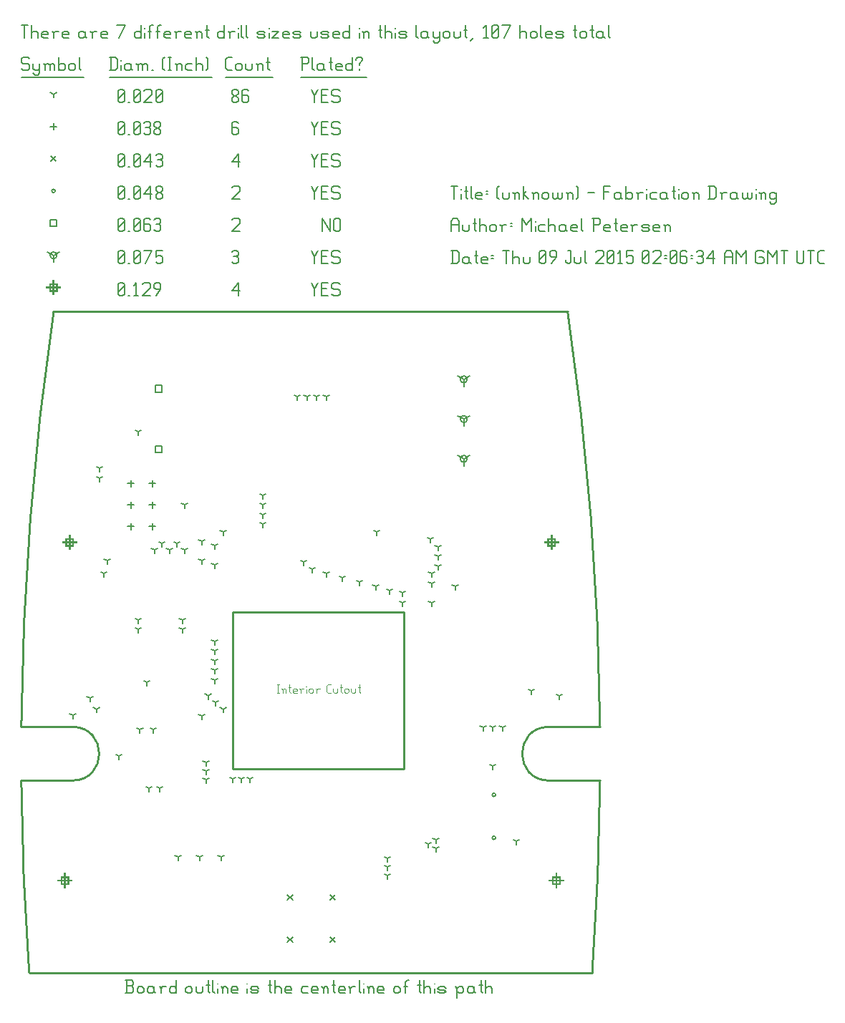
<source format=gbr>
G04 start of page 13 for group -3984 idx -3984 *
G04 Title: (unknown), fab *
G04 Creator: pcb 20110918 *
G04 CreationDate: Thu 09 Jul 2015 02:06:34 AM GMT UTC *
G04 For: petersen *
G04 Format: Gerber/RS-274X *
G04 PCB-Dimensions: 269500 307800 *
G04 PCB-Coordinate-Origin: lower left *
%MOIN*%
%FSLAX25Y25*%
%LNFAB*%
%ADD114C,0.0050*%
%ADD113C,0.0040*%
%ADD112C,0.0100*%
%ADD111C,0.0075*%
%ADD110C,0.0060*%
%ADD109R,0.0080X0.0080*%
G54D109*X22600Y203600D02*Y197200D01*
X19400Y200400D02*X25800D01*
X21000Y202000D02*X24200D01*
X21000D02*Y198800D01*
X24200D01*
Y202000D02*Y198800D01*
X20350Y46100D02*Y39700D01*
X17150Y42900D02*X23550D01*
X18750Y44500D02*X21950D01*
X18750D02*Y41300D01*
X21950D01*
Y44500D02*Y41300D01*
X246900Y203600D02*Y197200D01*
X243700Y200400D02*X250100D01*
X245300Y202000D02*X248500D01*
X245300D02*Y198800D01*
X248500D01*
Y202000D02*Y198800D01*
X249150Y46100D02*Y39700D01*
X245950Y42900D02*X252350D01*
X247550Y44500D02*X250750D01*
X247550D02*Y41300D01*
X250750D01*
Y44500D02*Y41300D01*
X15000Y322250D02*Y315850D01*
X11800Y319050D02*X18200D01*
X13400Y320650D02*X16600D01*
X13400D02*Y317450D01*
X16600D01*
Y320650D02*Y317450D01*
G54D110*X135000Y321300D02*X136500Y318300D01*
X138000Y321300D01*
X136500Y318300D02*Y315300D01*
X139800Y318600D02*X142050D01*
X139800Y315300D02*X142800D01*
X139800Y321300D02*Y315300D01*
Y321300D02*X142800D01*
X147600D02*X148350Y320550D01*
X145350Y321300D02*X147600D01*
X144600Y320550D02*X145350Y321300D01*
X144600Y320550D02*Y319050D01*
X145350Y318300D01*
X147600D01*
X148350Y317550D01*
Y316050D01*
X147600Y315300D02*X148350Y316050D01*
X145350Y315300D02*X147600D01*
X144600Y316050D02*X145350Y315300D01*
X98000Y317550D02*X101000Y321300D01*
X98000Y317550D02*X101750D01*
X101000Y321300D02*Y315300D01*
X45000Y316050D02*X45750Y315300D01*
X45000Y320550D02*Y316050D01*
Y320550D02*X45750Y321300D01*
X47250D01*
X48000Y320550D01*
Y316050D01*
X47250Y315300D02*X48000Y316050D01*
X45750Y315300D02*X47250D01*
X45000Y316800D02*X48000Y319800D01*
X49800Y315300D02*X50550D01*
X52350Y320100D02*X53550Y321300D01*
Y315300D01*
X52350D02*X54600D01*
X56400Y320550D02*X57150Y321300D01*
X59400D01*
X60150Y320550D01*
Y319050D01*
X56400Y315300D02*X60150Y319050D01*
X56400Y315300D02*X60150D01*
X62700D02*X64950Y318300D01*
Y320550D02*Y318300D01*
X64200Y321300D02*X64950Y320550D01*
X62700Y321300D02*X64200D01*
X61950Y320550D02*X62700Y321300D01*
X61950Y320550D02*Y319050D01*
X62700Y318300D01*
X64950D01*
X206000Y276300D02*Y273100D01*
Y276300D02*X208773Y277900D01*
X206000Y276300D02*X203227Y277900D01*
X204400Y276300D02*G75*G03X207600Y276300I1600J0D01*G01*
G75*G03X204400Y276300I-1600J0D01*G01*
X206000Y257800D02*Y254600D01*
Y257800D02*X208773Y259400D01*
X206000Y257800D02*X203227Y259400D01*
X204400Y257800D02*G75*G03X207600Y257800I1600J0D01*G01*
G75*G03X204400Y257800I-1600J0D01*G01*
X206000Y239300D02*Y236100D01*
Y239300D02*X208773Y240900D01*
X206000Y239300D02*X203227Y240900D01*
X204400Y239300D02*G75*G03X207600Y239300I1600J0D01*G01*
G75*G03X204400Y239300I-1600J0D01*G01*
X15000Y334050D02*Y330850D01*
Y334050D02*X17773Y335650D01*
X15000Y334050D02*X12227Y335650D01*
X13400Y334050D02*G75*G03X16600Y334050I1600J0D01*G01*
G75*G03X13400Y334050I-1600J0D01*G01*
X135000Y336300D02*X136500Y333300D01*
X138000Y336300D01*
X136500Y333300D02*Y330300D01*
X139800Y333600D02*X142050D01*
X139800Y330300D02*X142800D01*
X139800Y336300D02*Y330300D01*
Y336300D02*X142800D01*
X147600D02*X148350Y335550D01*
X145350Y336300D02*X147600D01*
X144600Y335550D02*X145350Y336300D01*
X144600Y335550D02*Y334050D01*
X145350Y333300D01*
X147600D01*
X148350Y332550D01*
Y331050D01*
X147600Y330300D02*X148350Y331050D01*
X145350Y330300D02*X147600D01*
X144600Y331050D02*X145350Y330300D01*
X98000Y335550D02*X98750Y336300D01*
X100250D01*
X101000Y335550D01*
X100250Y330300D02*X101000Y331050D01*
X98750Y330300D02*X100250D01*
X98000Y331050D02*X98750Y330300D01*
Y333600D02*X100250D01*
X101000Y335550D02*Y334350D01*
Y332850D02*Y331050D01*
Y332850D02*X100250Y333600D01*
X101000Y334350D02*X100250Y333600D01*
X45000Y331050D02*X45750Y330300D01*
X45000Y335550D02*Y331050D01*
Y335550D02*X45750Y336300D01*
X47250D01*
X48000Y335550D01*
Y331050D01*
X47250Y330300D02*X48000Y331050D01*
X45750Y330300D02*X47250D01*
X45000Y331800D02*X48000Y334800D01*
X49800Y330300D02*X50550D01*
X52350Y331050D02*X53100Y330300D01*
X52350Y335550D02*Y331050D01*
Y335550D02*X53100Y336300D01*
X54600D01*
X55350Y335550D01*
Y331050D01*
X54600Y330300D02*X55350Y331050D01*
X53100Y330300D02*X54600D01*
X52350Y331800D02*X55350Y334800D01*
X57900Y330300D02*X60900Y336300D01*
X57150D02*X60900D01*
X62700D02*X65700D01*
X62700D02*Y333300D01*
X63450Y334050D01*
X64950D01*
X65700Y333300D01*
Y331050D01*
X64950Y330300D02*X65700Y331050D01*
X63450Y330300D02*X64950D01*
X62700Y331050D02*X63450Y330300D01*
X62400Y245350D02*X65600D01*
X62400D02*Y242150D01*
X65600D01*
Y245350D02*Y242150D01*
X62400Y273450D02*X65600D01*
X62400D02*Y270250D01*
X65600D01*
Y273450D02*Y270250D01*
X13400Y350650D02*X16600D01*
X13400D02*Y347450D01*
X16600D01*
Y350650D02*Y347450D01*
X140000Y351300D02*Y345300D01*
Y351300D02*X143750Y345300D01*
Y351300D02*Y345300D01*
X145550Y350550D02*Y346050D01*
Y350550D02*X146300Y351300D01*
X147800D01*
X148550Y350550D01*
Y346050D01*
X147800Y345300D02*X148550Y346050D01*
X146300Y345300D02*X147800D01*
X145550Y346050D02*X146300Y345300D01*
X98000Y350550D02*X98750Y351300D01*
X101000D01*
X101750Y350550D01*
Y349050D01*
X98000Y345300D02*X101750Y349050D01*
X98000Y345300D02*X101750D01*
X45000Y346050D02*X45750Y345300D01*
X45000Y350550D02*Y346050D01*
Y350550D02*X45750Y351300D01*
X47250D01*
X48000Y350550D01*
Y346050D01*
X47250Y345300D02*X48000Y346050D01*
X45750Y345300D02*X47250D01*
X45000Y346800D02*X48000Y349800D01*
X49800Y345300D02*X50550D01*
X52350Y346050D02*X53100Y345300D01*
X52350Y350550D02*Y346050D01*
Y350550D02*X53100Y351300D01*
X54600D01*
X55350Y350550D01*
Y346050D01*
X54600Y345300D02*X55350Y346050D01*
X53100Y345300D02*X54600D01*
X52350Y346800D02*X55350Y349800D01*
X59400Y351300D02*X60150Y350550D01*
X57900Y351300D02*X59400D01*
X57150Y350550D02*X57900Y351300D01*
X57150Y350550D02*Y346050D01*
X57900Y345300D01*
X59400Y348600D02*X60150Y347850D01*
X57150Y348600D02*X59400D01*
X57900Y345300D02*X59400D01*
X60150Y346050D01*
Y347850D02*Y346050D01*
X61950Y350550D02*X62700Y351300D01*
X64200D01*
X64950Y350550D01*
X64200Y345300D02*X64950Y346050D01*
X62700Y345300D02*X64200D01*
X61950Y346050D02*X62700Y345300D01*
Y348600D02*X64200D01*
X64950Y350550D02*Y349350D01*
Y347850D02*Y346050D01*
Y347850D02*X64200Y348600D01*
X64950Y349350D02*X64200Y348600D01*
X219200Y62800D02*G75*G03X220800Y62800I800J0D01*G01*
G75*G03X219200Y62800I-800J0D01*G01*
Y82800D02*G75*G03X220800Y82800I800J0D01*G01*
G75*G03X219200Y82800I-800J0D01*G01*
X14200Y364050D02*G75*G03X15800Y364050I800J0D01*G01*
G75*G03X14200Y364050I-800J0D01*G01*
X135000Y366300D02*X136500Y363300D01*
X138000Y366300D01*
X136500Y363300D02*Y360300D01*
X139800Y363600D02*X142050D01*
X139800Y360300D02*X142800D01*
X139800Y366300D02*Y360300D01*
Y366300D02*X142800D01*
X147600D02*X148350Y365550D01*
X145350Y366300D02*X147600D01*
X144600Y365550D02*X145350Y366300D01*
X144600Y365550D02*Y364050D01*
X145350Y363300D01*
X147600D01*
X148350Y362550D01*
Y361050D01*
X147600Y360300D02*X148350Y361050D01*
X145350Y360300D02*X147600D01*
X144600Y361050D02*X145350Y360300D01*
X98000Y365550D02*X98750Y366300D01*
X101000D01*
X101750Y365550D01*
Y364050D01*
X98000Y360300D02*X101750Y364050D01*
X98000Y360300D02*X101750D01*
X45000Y361050D02*X45750Y360300D01*
X45000Y365550D02*Y361050D01*
Y365550D02*X45750Y366300D01*
X47250D01*
X48000Y365550D01*
Y361050D01*
X47250Y360300D02*X48000Y361050D01*
X45750Y360300D02*X47250D01*
X45000Y361800D02*X48000Y364800D01*
X49800Y360300D02*X50550D01*
X52350Y361050D02*X53100Y360300D01*
X52350Y365550D02*Y361050D01*
Y365550D02*X53100Y366300D01*
X54600D01*
X55350Y365550D01*
Y361050D01*
X54600Y360300D02*X55350Y361050D01*
X53100Y360300D02*X54600D01*
X52350Y361800D02*X55350Y364800D01*
X57150Y362550D02*X60150Y366300D01*
X57150Y362550D02*X60900D01*
X60150Y366300D02*Y360300D01*
X62700Y361050D02*X63450Y360300D01*
X62700Y362250D02*Y361050D01*
Y362250D02*X63750Y363300D01*
X64650D01*
X65700Y362250D01*
Y361050D01*
X64950Y360300D02*X65700Y361050D01*
X63450Y360300D02*X64950D01*
X62700Y364350D02*X63750Y363300D01*
X62700Y365550D02*Y364350D01*
Y365550D02*X63450Y366300D01*
X64950D01*
X65700Y365550D01*
Y364350D01*
X64650Y363300D02*X65700Y364350D01*
X123957Y36343D02*X126357Y33943D01*
X123957D02*X126357Y36343D01*
X143643D02*X146043Y33943D01*
X143643D02*X146043Y36343D01*
X123957Y16657D02*X126357Y14257D01*
X123957D02*X126357Y16657D01*
X143643D02*X146043Y14257D01*
X143643D02*X146043Y16657D01*
X13800Y380250D02*X16200Y377850D01*
X13800D02*X16200Y380250D01*
X135000Y381300D02*X136500Y378300D01*
X138000Y381300D01*
X136500Y378300D02*Y375300D01*
X139800Y378600D02*X142050D01*
X139800Y375300D02*X142800D01*
X139800Y381300D02*Y375300D01*
Y381300D02*X142800D01*
X147600D02*X148350Y380550D01*
X145350Y381300D02*X147600D01*
X144600Y380550D02*X145350Y381300D01*
X144600Y380550D02*Y379050D01*
X145350Y378300D01*
X147600D01*
X148350Y377550D01*
Y376050D01*
X147600Y375300D02*X148350Y376050D01*
X145350Y375300D02*X147600D01*
X144600Y376050D02*X145350Y375300D01*
X98000Y377550D02*X101000Y381300D01*
X98000Y377550D02*X101750D01*
X101000Y381300D02*Y375300D01*
X45000Y376050D02*X45750Y375300D01*
X45000Y380550D02*Y376050D01*
Y380550D02*X45750Y381300D01*
X47250D01*
X48000Y380550D01*
Y376050D01*
X47250Y375300D02*X48000Y376050D01*
X45750Y375300D02*X47250D01*
X45000Y376800D02*X48000Y379800D01*
X49800Y375300D02*X50550D01*
X52350Y376050D02*X53100Y375300D01*
X52350Y380550D02*Y376050D01*
Y380550D02*X53100Y381300D01*
X54600D01*
X55350Y380550D01*
Y376050D01*
X54600Y375300D02*X55350Y376050D01*
X53100Y375300D02*X54600D01*
X52350Y376800D02*X55350Y379800D01*
X57150Y377550D02*X60150Y381300D01*
X57150Y377550D02*X60900D01*
X60150Y381300D02*Y375300D01*
X62700Y380550D02*X63450Y381300D01*
X64950D01*
X65700Y380550D01*
X64950Y375300D02*X65700Y376050D01*
X63450Y375300D02*X64950D01*
X62700Y376050D02*X63450Y375300D01*
Y378600D02*X64950D01*
X65700Y380550D02*Y379350D01*
Y377850D02*Y376050D01*
Y377850D02*X64950Y378600D01*
X65700Y379350D02*X64950Y378600D01*
X61000Y209400D02*Y206200D01*
X59400Y207800D02*X62600D01*
X61000Y219400D02*Y216200D01*
X59400Y217800D02*X62600D01*
X61000Y229400D02*Y226200D01*
X59400Y227800D02*X62600D01*
X51000Y209400D02*Y206200D01*
X49400Y207800D02*X52600D01*
X51000Y219400D02*Y216200D01*
X49400Y217800D02*X52600D01*
X51000Y229400D02*Y226200D01*
X49400Y227800D02*X52600D01*
X15000Y395650D02*Y392450D01*
X13400Y394050D02*X16600D01*
X135000Y396300D02*X136500Y393300D01*
X138000Y396300D01*
X136500Y393300D02*Y390300D01*
X139800Y393600D02*X142050D01*
X139800Y390300D02*X142800D01*
X139800Y396300D02*Y390300D01*
Y396300D02*X142800D01*
X147600D02*X148350Y395550D01*
X145350Y396300D02*X147600D01*
X144600Y395550D02*X145350Y396300D01*
X144600Y395550D02*Y394050D01*
X145350Y393300D01*
X147600D01*
X148350Y392550D01*
Y391050D01*
X147600Y390300D02*X148350Y391050D01*
X145350Y390300D02*X147600D01*
X144600Y391050D02*X145350Y390300D01*
X100250Y396300D02*X101000Y395550D01*
X98750Y396300D02*X100250D01*
X98000Y395550D02*X98750Y396300D01*
X98000Y395550D02*Y391050D01*
X98750Y390300D01*
X100250Y393600D02*X101000Y392850D01*
X98000Y393600D02*X100250D01*
X98750Y390300D02*X100250D01*
X101000Y391050D01*
Y392850D02*Y391050D01*
X45000D02*X45750Y390300D01*
X45000Y395550D02*Y391050D01*
Y395550D02*X45750Y396300D01*
X47250D01*
X48000Y395550D01*
Y391050D01*
X47250Y390300D02*X48000Y391050D01*
X45750Y390300D02*X47250D01*
X45000Y391800D02*X48000Y394800D01*
X49800Y390300D02*X50550D01*
X52350Y391050D02*X53100Y390300D01*
X52350Y395550D02*Y391050D01*
Y395550D02*X53100Y396300D01*
X54600D01*
X55350Y395550D01*
Y391050D01*
X54600Y390300D02*X55350Y391050D01*
X53100Y390300D02*X54600D01*
X52350Y391800D02*X55350Y394800D01*
X57150Y395550D02*X57900Y396300D01*
X59400D01*
X60150Y395550D01*
X59400Y390300D02*X60150Y391050D01*
X57900Y390300D02*X59400D01*
X57150Y391050D02*X57900Y390300D01*
Y393600D02*X59400D01*
X60150Y395550D02*Y394350D01*
Y392850D02*Y391050D01*
Y392850D02*X59400Y393600D01*
X60150Y394350D02*X59400Y393600D01*
X61950Y391050D02*X62700Y390300D01*
X61950Y392250D02*Y391050D01*
Y392250D02*X63000Y393300D01*
X63900D01*
X64950Y392250D01*
Y391050D01*
X64200Y390300D02*X64950Y391050D01*
X62700Y390300D02*X64200D01*
X61950Y394350D02*X63000Y393300D01*
X61950Y395550D02*Y394350D01*
Y395550D02*X62700Y396300D01*
X64200D01*
X64950Y395550D01*
Y394350D01*
X63900Y393300D02*X64950Y394350D01*
X59500Y85800D02*Y84200D01*
Y85800D02*X60887Y86600D01*
X59500Y85800D02*X58113Y86600D01*
X64500Y85800D02*Y84200D01*
Y85800D02*X65887Y86600D01*
X64500Y85800D02*X63113Y86600D01*
X54500Y159800D02*Y158200D01*
Y159800D02*X55887Y160600D01*
X54500Y159800D02*X53113Y160600D01*
X75000Y159800D02*Y158200D01*
Y159800D02*X76387Y160600D01*
X75000Y159800D02*X73613Y160600D01*
X58425Y135300D02*Y133700D01*
Y135300D02*X59812Y136100D01*
X58425Y135300D02*X57038Y136100D01*
X55276Y113300D02*Y111700D01*
Y113300D02*X56663Y114100D01*
X55276Y113300D02*X53889Y114100D01*
X61575Y113300D02*Y111700D01*
Y113300D02*X62962Y114100D01*
X61575Y113300D02*X60188Y114100D01*
X87000Y129025D02*Y127425D01*
Y129025D02*X88387Y129825D01*
X87000Y129025D02*X85613Y129825D01*
X90500Y125875D02*Y124275D01*
Y125875D02*X91887Y126675D01*
X90500Y125875D02*X89113Y126675D01*
X94000Y122725D02*Y121125D01*
Y122725D02*X95387Y123525D01*
X94000Y122725D02*X92613Y123525D01*
X93000Y53800D02*Y52200D01*
Y53800D02*X94387Y54600D01*
X93000Y53800D02*X91613Y54600D01*
X83000Y53800D02*Y52200D01*
Y53800D02*X84387Y54600D01*
X83000Y53800D02*X81613Y54600D01*
X73000Y53800D02*Y52200D01*
Y53800D02*X74387Y54600D01*
X73000Y53800D02*X71613Y54600D01*
X98500Y90300D02*Y88700D01*
Y90300D02*X99887Y91100D01*
X98500Y90300D02*X97113Y91100D01*
X86000Y93800D02*Y92200D01*
Y93800D02*X87387Y94600D01*
X86000Y93800D02*X84613Y94600D01*
X86000Y97800D02*Y96200D01*
Y97800D02*X87387Y98600D01*
X86000Y97800D02*X84613Y98600D01*
X86000Y89800D02*Y88200D01*
Y89800D02*X87387Y90600D01*
X86000Y89800D02*X84613Y90600D01*
X102500Y90300D02*Y88700D01*
Y90300D02*X103887Y91100D01*
X102500Y90300D02*X101113Y91100D01*
X106500Y90300D02*Y88700D01*
Y90300D02*X107887Y91100D01*
X106500Y90300D02*X105113Y91100D01*
X170500Y45300D02*Y43700D01*
Y45300D02*X171887Y46100D01*
X170500Y45300D02*X169113Y46100D01*
X170500Y53300D02*Y51700D01*
Y53300D02*X171887Y54100D01*
X170500Y53300D02*X169113Y54100D01*
X170500Y49300D02*Y47700D01*
Y49300D02*X171887Y50100D01*
X170500Y49300D02*X169113Y50100D01*
X189500Y59800D02*Y58200D01*
Y59800D02*X190887Y60600D01*
X189500Y59800D02*X188113Y60600D01*
X193000Y57800D02*Y56200D01*
Y57800D02*X194387Y58600D01*
X193000Y57800D02*X191613Y58600D01*
X193000Y61800D02*Y60200D01*
Y61800D02*X194387Y62600D01*
X193000Y61800D02*X191613Y62600D01*
X84000Y119576D02*Y117976D01*
Y119576D02*X85387Y120376D01*
X84000Y119576D02*X82613Y120376D01*
X45500Y100800D02*Y99200D01*
Y100800D02*X46887Y101600D01*
X45500Y100800D02*X44113Y101600D01*
X177500Y172300D02*Y170700D01*
Y172300D02*X178887Y173100D01*
X177500Y172300D02*X176113Y173100D01*
X191000Y172300D02*Y170700D01*
Y172300D02*X192387Y173100D01*
X191000Y172300D02*X189613Y173100D01*
X177500Y176800D02*Y175200D01*
Y176800D02*X178887Y177600D01*
X177500Y176800D02*X176113Y177600D01*
X191000Y181300D02*Y179700D01*
Y181300D02*X192387Y182100D01*
X191000Y181300D02*X189613Y182100D01*
X191000Y185800D02*Y184200D01*
Y185800D02*X192387Y186600D01*
X191000Y185800D02*X189613Y186600D01*
X202000Y179800D02*Y178200D01*
Y179800D02*X203387Y180600D01*
X202000Y179800D02*X200613Y180600D01*
X230500Y61300D02*Y59700D01*
Y61300D02*X231887Y62100D01*
X230500Y61300D02*X229113Y62100D01*
X219500Y96300D02*Y94700D01*
Y96300D02*X220887Y97100D01*
X219500Y96300D02*X218113Y97100D01*
X219500Y114300D02*Y112700D01*
Y114300D02*X220887Y115100D01*
X219500Y114300D02*X218113Y115100D01*
X215000Y114300D02*Y112700D01*
Y114300D02*X216387Y115100D01*
X215000Y114300D02*X213613Y115100D01*
X224000Y114300D02*Y112700D01*
Y114300D02*X225387Y115100D01*
X224000Y114300D02*X222613Y115100D01*
X237500Y131300D02*Y129700D01*
Y131300D02*X238887Y132100D01*
X237500Y131300D02*X236113Y132100D01*
X250500Y128800D02*Y127200D01*
Y128800D02*X251887Y129600D01*
X250500Y128800D02*X249113Y129600D01*
X171500Y177800D02*Y176200D01*
Y177800D02*X172887Y178600D01*
X171500Y177800D02*X170113Y178600D01*
X165000Y179800D02*Y178200D01*
Y179800D02*X166387Y180600D01*
X165000Y179800D02*X163613Y180600D01*
X94000Y205241D02*Y203641D01*
Y205241D02*X95387Y206041D01*
X94000Y205241D02*X92613Y206041D01*
X157500Y181800D02*Y180200D01*
Y181800D02*X158887Y182600D01*
X157500Y181800D02*X156113Y182600D01*
X194000Y189300D02*Y187700D01*
Y189300D02*X195387Y190100D01*
X194000Y189300D02*X192613Y190100D01*
X149500Y183800D02*Y182200D01*
Y183800D02*X150887Y184600D01*
X149500Y183800D02*X148113Y184600D01*
X194000Y193800D02*Y192200D01*
Y193800D02*X195387Y194600D01*
X194000Y193800D02*X192613Y194600D01*
X194000Y198300D02*Y196700D01*
Y198300D02*X195387Y199100D01*
X194000Y198300D02*X192613Y199100D01*
X142000Y185800D02*Y184200D01*
Y185800D02*X143387Y186600D01*
X142000Y185800D02*X140613Y186600D01*
X38500Y185800D02*Y184200D01*
Y185800D02*X39887Y186600D01*
X38500Y185800D02*X37113Y186600D01*
X90000Y189800D02*Y188200D01*
Y189800D02*X91387Y190600D01*
X90000Y189800D02*X88613Y190600D01*
X84000Y191800D02*Y190200D01*
Y191800D02*X85387Y192600D01*
X84000Y191800D02*X82613Y192600D01*
X84000Y200800D02*Y199200D01*
Y200800D02*X85387Y201600D01*
X84000Y200800D02*X82613Y201600D01*
X90000Y198800D02*Y197200D01*
Y198800D02*X91387Y199600D01*
X90000Y198800D02*X88613Y199600D01*
X135500Y187800D02*Y186200D01*
Y187800D02*X136887Y188600D01*
X135500Y187800D02*X134113Y188600D01*
X131500Y191300D02*Y189700D01*
Y191300D02*X132887Y192100D01*
X131500Y191300D02*X130113Y192100D01*
X190500Y201800D02*Y200200D01*
Y201800D02*X191887Y202600D01*
X190500Y201800D02*X189113Y202600D01*
X165500Y205241D02*Y203641D01*
Y205241D02*X166887Y206041D01*
X165500Y205241D02*X164113Y206041D01*
X90000Y136300D02*Y134700D01*
Y136300D02*X91387Y137100D01*
X90000Y136300D02*X88613Y137100D01*
X90000Y140800D02*Y139200D01*
Y140800D02*X91387Y141600D01*
X90000Y140800D02*X88613Y141600D01*
X90000Y145300D02*Y143700D01*
Y145300D02*X91387Y146100D01*
X90000Y145300D02*X88613Y146100D01*
X90000Y149800D02*Y148200D01*
Y149800D02*X91387Y150600D01*
X90000Y149800D02*X88613Y150600D01*
X90000Y154300D02*Y152700D01*
Y154300D02*X91387Y155100D01*
X90000Y154300D02*X88613Y155100D01*
X76000Y196800D02*Y195200D01*
Y196800D02*X77387Y197600D01*
X76000Y196800D02*X74613Y197600D01*
X72500Y199800D02*Y198200D01*
Y199800D02*X73887Y200600D01*
X72500Y199800D02*X71113Y200600D01*
X69000Y196800D02*Y195200D01*
Y196800D02*X70387Y197600D01*
X69000Y196800D02*X67613Y197600D01*
X65500Y199800D02*Y198200D01*
Y199800D02*X66887Y200600D01*
X65500Y199800D02*X64113Y200600D01*
X62000Y196800D02*Y195200D01*
Y196800D02*X63387Y197600D01*
X62000Y196800D02*X60613Y197600D01*
X76000Y217800D02*Y216200D01*
Y217800D02*X77387Y218600D01*
X76000Y217800D02*X74613Y218600D01*
X40000Y191800D02*Y190200D01*
Y191800D02*X41387Y192600D01*
X40000Y191800D02*X38613Y192600D01*
X54500Y251800D02*Y250200D01*
Y251800D02*X55887Y252600D01*
X54500Y251800D02*X53113Y252600D01*
X142000Y268300D02*Y266700D01*
Y268300D02*X143387Y269100D01*
X142000Y268300D02*X140613Y269100D01*
X137500Y268300D02*Y266700D01*
Y268300D02*X138887Y269100D01*
X137500Y268300D02*X136113Y269100D01*
X133000Y268300D02*Y266700D01*
Y268300D02*X134387Y269100D01*
X133000Y268300D02*X131613Y269100D01*
X128500Y268300D02*Y266700D01*
Y268300D02*X129887Y269100D01*
X128500Y268300D02*X127113Y269100D01*
X32000Y127800D02*Y126200D01*
Y127800D02*X33387Y128600D01*
X32000Y127800D02*X30613Y128600D01*
X36500Y230300D02*Y228700D01*
Y230300D02*X37887Y231100D01*
X36500Y230300D02*X35113Y231100D01*
X36500Y234800D02*Y233200D01*
Y234800D02*X37887Y235600D01*
X36500Y234800D02*X35113Y235600D01*
X112500Y222300D02*Y220700D01*
Y222300D02*X113887Y223100D01*
X112500Y222300D02*X111113Y223100D01*
X112500Y217800D02*Y216200D01*
Y217800D02*X113887Y218600D01*
X112500Y217800D02*X111113Y218600D01*
X112500Y213300D02*Y211700D01*
Y213300D02*X113887Y214100D01*
X112500Y213300D02*X111113Y214100D01*
X112500Y208800D02*Y207200D01*
Y208800D02*X113887Y209600D01*
X112500Y208800D02*X111113Y209600D01*
X54500Y164300D02*Y162700D01*
Y164300D02*X55887Y165100D01*
X54500Y164300D02*X53113Y165100D01*
X75000Y164300D02*Y162700D01*
Y164300D02*X76387Y165100D01*
X75000Y164300D02*X73613Y165100D01*
X24000Y119800D02*Y118200D01*
Y119800D02*X25387Y120600D01*
X24000Y119800D02*X22613Y120600D01*
X35000Y122725D02*Y121125D01*
Y122725D02*X36387Y123525D01*
X35000Y122725D02*X33613Y123525D01*
X15000Y409050D02*Y407450D01*
Y409050D02*X16387Y409850D01*
X15000Y409050D02*X13613Y409850D01*
X135000Y411300D02*X136500Y408300D01*
X138000Y411300D01*
X136500Y408300D02*Y405300D01*
X139800Y408600D02*X142050D01*
X139800Y405300D02*X142800D01*
X139800Y411300D02*Y405300D01*
Y411300D02*X142800D01*
X147600D02*X148350Y410550D01*
X145350Y411300D02*X147600D01*
X144600Y410550D02*X145350Y411300D01*
X144600Y410550D02*Y409050D01*
X145350Y408300D01*
X147600D01*
X148350Y407550D01*
Y406050D01*
X147600Y405300D02*X148350Y406050D01*
X145350Y405300D02*X147600D01*
X144600Y406050D02*X145350Y405300D01*
X98000Y406050D02*X98750Y405300D01*
X98000Y407250D02*Y406050D01*
Y407250D02*X99050Y408300D01*
X99950D01*
X101000Y407250D01*
Y406050D01*
X100250Y405300D02*X101000Y406050D01*
X98750Y405300D02*X100250D01*
X98000Y409350D02*X99050Y408300D01*
X98000Y410550D02*Y409350D01*
Y410550D02*X98750Y411300D01*
X100250D01*
X101000Y410550D01*
Y409350D01*
X99950Y408300D02*X101000Y409350D01*
X105050Y411300D02*X105800Y410550D01*
X103550Y411300D02*X105050D01*
X102800Y410550D02*X103550Y411300D01*
X102800Y410550D02*Y406050D01*
X103550Y405300D01*
X105050Y408600D02*X105800Y407850D01*
X102800Y408600D02*X105050D01*
X103550Y405300D02*X105050D01*
X105800Y406050D01*
Y407850D02*Y406050D01*
X45000D02*X45750Y405300D01*
X45000Y410550D02*Y406050D01*
Y410550D02*X45750Y411300D01*
X47250D01*
X48000Y410550D01*
Y406050D01*
X47250Y405300D02*X48000Y406050D01*
X45750Y405300D02*X47250D01*
X45000Y406800D02*X48000Y409800D01*
X49800Y405300D02*X50550D01*
X52350Y406050D02*X53100Y405300D01*
X52350Y410550D02*Y406050D01*
Y410550D02*X53100Y411300D01*
X54600D01*
X55350Y410550D01*
Y406050D01*
X54600Y405300D02*X55350Y406050D01*
X53100Y405300D02*X54600D01*
X52350Y406800D02*X55350Y409800D01*
X57150Y410550D02*X57900Y411300D01*
X60150D01*
X60900Y410550D01*
Y409050D01*
X57150Y405300D02*X60900Y409050D01*
X57150Y405300D02*X60900D01*
X62700Y406050D02*X63450Y405300D01*
X62700Y410550D02*Y406050D01*
Y410550D02*X63450Y411300D01*
X64950D01*
X65700Y410550D01*
Y406050D01*
X64950Y405300D02*X65700Y406050D01*
X63450Y405300D02*X64950D01*
X62700Y406800D02*X65700Y409800D01*
X3000Y426300D02*X3750Y425550D01*
X750Y426300D02*X3000D01*
X0Y425550D02*X750Y426300D01*
X0Y425550D02*Y424050D01*
X750Y423300D01*
X3000D01*
X3750Y422550D01*
Y421050D01*
X3000Y420300D02*X3750Y421050D01*
X750Y420300D02*X3000D01*
X0Y421050D02*X750Y420300D01*
X5550Y423300D02*Y421050D01*
X6300Y420300D01*
X8550Y423300D02*Y418800D01*
X7800Y418050D02*X8550Y418800D01*
X6300Y418050D02*X7800D01*
X5550Y418800D02*X6300Y418050D01*
Y420300D02*X7800D01*
X8550Y421050D01*
X11100Y422550D02*Y420300D01*
Y422550D02*X11850Y423300D01*
X12600D01*
X13350Y422550D01*
Y420300D01*
Y422550D02*X14100Y423300D01*
X14850D01*
X15600Y422550D01*
Y420300D01*
X10350Y423300D02*X11100Y422550D01*
X17400Y426300D02*Y420300D01*
Y421050D02*X18150Y420300D01*
X19650D01*
X20400Y421050D01*
Y422550D02*Y421050D01*
X19650Y423300D02*X20400Y422550D01*
X18150Y423300D02*X19650D01*
X17400Y422550D02*X18150Y423300D01*
X22200Y422550D02*Y421050D01*
Y422550D02*X22950Y423300D01*
X24450D01*
X25200Y422550D01*
Y421050D01*
X24450Y420300D02*X25200Y421050D01*
X22950Y420300D02*X24450D01*
X22200Y421050D02*X22950Y420300D01*
X27000Y426300D02*Y421050D01*
X27750Y420300D01*
X0Y417050D02*X29250D01*
X41750Y426300D02*Y420300D01*
X43700Y426300D02*X44750Y425250D01*
Y421350D01*
X43700Y420300D02*X44750Y421350D01*
X41000Y420300D02*X43700D01*
X41000Y426300D02*X43700D01*
G54D111*X46550Y424800D02*Y424650D01*
G54D110*Y422550D02*Y420300D01*
X50300Y423300D02*X51050Y422550D01*
X48800Y423300D02*X50300D01*
X48050Y422550D02*X48800Y423300D01*
X48050Y422550D02*Y421050D01*
X48800Y420300D01*
X51050Y423300D02*Y421050D01*
X51800Y420300D01*
X48800D02*X50300D01*
X51050Y421050D01*
X54350Y422550D02*Y420300D01*
Y422550D02*X55100Y423300D01*
X55850D01*
X56600Y422550D01*
Y420300D01*
Y422550D02*X57350Y423300D01*
X58100D01*
X58850Y422550D01*
Y420300D01*
X53600Y423300D02*X54350Y422550D01*
X60650Y420300D02*X61400D01*
X65900Y421050D02*X66650Y420300D01*
X65900Y425550D02*X66650Y426300D01*
X65900Y425550D02*Y421050D01*
X68450Y426300D02*X69950D01*
X69200D02*Y420300D01*
X68450D02*X69950D01*
X72500Y422550D02*Y420300D01*
Y422550D02*X73250Y423300D01*
X74000D01*
X74750Y422550D01*
Y420300D01*
X71750Y423300D02*X72500Y422550D01*
X77300Y423300D02*X79550D01*
X76550Y422550D02*X77300Y423300D01*
X76550Y422550D02*Y421050D01*
X77300Y420300D01*
X79550D01*
X81350Y426300D02*Y420300D01*
Y422550D02*X82100Y423300D01*
X83600D01*
X84350Y422550D01*
Y420300D01*
X86150Y426300D02*X86900Y425550D01*
Y421050D01*
X86150Y420300D02*X86900Y421050D01*
X41000Y417050D02*X88700D01*
X96050Y420300D02*X98000D01*
X95000Y421350D02*X96050Y420300D01*
X95000Y425250D02*Y421350D01*
Y425250D02*X96050Y426300D01*
X98000D01*
X99800Y422550D02*Y421050D01*
Y422550D02*X100550Y423300D01*
X102050D01*
X102800Y422550D01*
Y421050D01*
X102050Y420300D02*X102800Y421050D01*
X100550Y420300D02*X102050D01*
X99800Y421050D02*X100550Y420300D01*
X104600Y423300D02*Y421050D01*
X105350Y420300D01*
X106850D01*
X107600Y421050D01*
Y423300D02*Y421050D01*
X110150Y422550D02*Y420300D01*
Y422550D02*X110900Y423300D01*
X111650D01*
X112400Y422550D01*
Y420300D01*
X109400Y423300D02*X110150Y422550D01*
X114950Y426300D02*Y421050D01*
X115700Y420300D01*
X114200Y424050D02*X115700D01*
X95000Y417050D02*X117200D01*
X130750Y426300D02*Y420300D01*
X130000Y426300D02*X133000D01*
X133750Y425550D01*
Y424050D01*
X133000Y423300D02*X133750Y424050D01*
X130750Y423300D02*X133000D01*
X135550Y426300D02*Y421050D01*
X136300Y420300D01*
X140050Y423300D02*X140800Y422550D01*
X138550Y423300D02*X140050D01*
X137800Y422550D02*X138550Y423300D01*
X137800Y422550D02*Y421050D01*
X138550Y420300D01*
X140800Y423300D02*Y421050D01*
X141550Y420300D01*
X138550D02*X140050D01*
X140800Y421050D01*
X144100Y426300D02*Y421050D01*
X144850Y420300D01*
X143350Y424050D02*X144850D01*
X147100Y420300D02*X149350D01*
X146350Y421050D02*X147100Y420300D01*
X146350Y422550D02*Y421050D01*
Y422550D02*X147100Y423300D01*
X148600D01*
X149350Y422550D01*
X146350Y421800D02*X149350D01*
Y422550D02*Y421800D01*
X154150Y426300D02*Y420300D01*
X153400D02*X154150Y421050D01*
X151900Y420300D02*X153400D01*
X151150Y421050D02*X151900Y420300D01*
X151150Y422550D02*Y421050D01*
Y422550D02*X151900Y423300D01*
X153400D01*
X154150Y422550D01*
X157450Y423300D02*Y422550D01*
Y421050D02*Y420300D01*
X155950Y425550D02*Y424800D01*
Y425550D02*X156700Y426300D01*
X158200D01*
X158950Y425550D01*
Y424800D01*
X157450Y423300D02*X158950Y424800D01*
X130000Y417050D02*X160750D01*
X0Y441300D02*X3000D01*
X1500D02*Y435300D01*
X4800Y441300D02*Y435300D01*
Y437550D02*X5550Y438300D01*
X7050D01*
X7800Y437550D01*
Y435300D01*
X10350D02*X12600D01*
X9600Y436050D02*X10350Y435300D01*
X9600Y437550D02*Y436050D01*
Y437550D02*X10350Y438300D01*
X11850D01*
X12600Y437550D01*
X9600Y436800D02*X12600D01*
Y437550D02*Y436800D01*
X15150Y437550D02*Y435300D01*
Y437550D02*X15900Y438300D01*
X17400D01*
X14400D02*X15150Y437550D01*
X19950Y435300D02*X22200D01*
X19200Y436050D02*X19950Y435300D01*
X19200Y437550D02*Y436050D01*
Y437550D02*X19950Y438300D01*
X21450D01*
X22200Y437550D01*
X19200Y436800D02*X22200D01*
Y437550D02*Y436800D01*
X28950Y438300D02*X29700Y437550D01*
X27450Y438300D02*X28950D01*
X26700Y437550D02*X27450Y438300D01*
X26700Y437550D02*Y436050D01*
X27450Y435300D01*
X29700Y438300D02*Y436050D01*
X30450Y435300D01*
X27450D02*X28950D01*
X29700Y436050D01*
X33000Y437550D02*Y435300D01*
Y437550D02*X33750Y438300D01*
X35250D01*
X32250D02*X33000Y437550D01*
X37800Y435300D02*X40050D01*
X37050Y436050D02*X37800Y435300D01*
X37050Y437550D02*Y436050D01*
Y437550D02*X37800Y438300D01*
X39300D01*
X40050Y437550D01*
X37050Y436800D02*X40050D01*
Y437550D02*Y436800D01*
X45300Y435300D02*X48300Y441300D01*
X44550D02*X48300D01*
X55800D02*Y435300D01*
X55050D02*X55800Y436050D01*
X53550Y435300D02*X55050D01*
X52800Y436050D02*X53550Y435300D01*
X52800Y437550D02*Y436050D01*
Y437550D02*X53550Y438300D01*
X55050D01*
X55800Y437550D01*
G54D111*X57600Y439800D02*Y439650D01*
G54D110*Y437550D02*Y435300D01*
X59850Y440550D02*Y435300D01*
Y440550D02*X60600Y441300D01*
X61350D01*
X59100Y438300D02*X60600D01*
X63600Y440550D02*Y435300D01*
Y440550D02*X64350Y441300D01*
X65100D01*
X62850Y438300D02*X64350D01*
X67350Y435300D02*X69600D01*
X66600Y436050D02*X67350Y435300D01*
X66600Y437550D02*Y436050D01*
Y437550D02*X67350Y438300D01*
X68850D01*
X69600Y437550D01*
X66600Y436800D02*X69600D01*
Y437550D02*Y436800D01*
X72150Y437550D02*Y435300D01*
Y437550D02*X72900Y438300D01*
X74400D01*
X71400D02*X72150Y437550D01*
X76950Y435300D02*X79200D01*
X76200Y436050D02*X76950Y435300D01*
X76200Y437550D02*Y436050D01*
Y437550D02*X76950Y438300D01*
X78450D01*
X79200Y437550D01*
X76200Y436800D02*X79200D01*
Y437550D02*Y436800D01*
X81750Y437550D02*Y435300D01*
Y437550D02*X82500Y438300D01*
X83250D01*
X84000Y437550D01*
Y435300D01*
X81000Y438300D02*X81750Y437550D01*
X86550Y441300D02*Y436050D01*
X87300Y435300D01*
X85800Y439050D02*X87300D01*
X94500Y441300D02*Y435300D01*
X93750D02*X94500Y436050D01*
X92250Y435300D02*X93750D01*
X91500Y436050D02*X92250Y435300D01*
X91500Y437550D02*Y436050D01*
Y437550D02*X92250Y438300D01*
X93750D01*
X94500Y437550D01*
X97050D02*Y435300D01*
Y437550D02*X97800Y438300D01*
X99300D01*
X96300D02*X97050Y437550D01*
G54D111*X101100Y439800D02*Y439650D01*
G54D110*Y437550D02*Y435300D01*
X102600Y441300D02*Y436050D01*
X103350Y435300D01*
X104850Y441300D02*Y436050D01*
X105600Y435300D01*
X110550D02*X112800D01*
X113550Y436050D01*
X112800Y436800D02*X113550Y436050D01*
X110550Y436800D02*X112800D01*
X109800Y437550D02*X110550Y436800D01*
X109800Y437550D02*X110550Y438300D01*
X112800D01*
X113550Y437550D01*
X109800Y436050D02*X110550Y435300D01*
G54D111*X115350Y439800D02*Y439650D01*
G54D110*Y437550D02*Y435300D01*
X116850Y438300D02*X119850D01*
X116850Y435300D02*X119850Y438300D01*
X116850Y435300D02*X119850D01*
X122400D02*X124650D01*
X121650Y436050D02*X122400Y435300D01*
X121650Y437550D02*Y436050D01*
Y437550D02*X122400Y438300D01*
X123900D01*
X124650Y437550D01*
X121650Y436800D02*X124650D01*
Y437550D02*Y436800D01*
X127200Y435300D02*X129450D01*
X130200Y436050D01*
X129450Y436800D02*X130200Y436050D01*
X127200Y436800D02*X129450D01*
X126450Y437550D02*X127200Y436800D01*
X126450Y437550D02*X127200Y438300D01*
X129450D01*
X130200Y437550D01*
X126450Y436050D02*X127200Y435300D01*
X134700Y438300D02*Y436050D01*
X135450Y435300D01*
X136950D01*
X137700Y436050D01*
Y438300D02*Y436050D01*
X140250Y435300D02*X142500D01*
X143250Y436050D01*
X142500Y436800D02*X143250Y436050D01*
X140250Y436800D02*X142500D01*
X139500Y437550D02*X140250Y436800D01*
X139500Y437550D02*X140250Y438300D01*
X142500D01*
X143250Y437550D01*
X139500Y436050D02*X140250Y435300D01*
X145800D02*X148050D01*
X145050Y436050D02*X145800Y435300D01*
X145050Y437550D02*Y436050D01*
Y437550D02*X145800Y438300D01*
X147300D01*
X148050Y437550D01*
X145050Y436800D02*X148050D01*
Y437550D02*Y436800D01*
X152850Y441300D02*Y435300D01*
X152100D02*X152850Y436050D01*
X150600Y435300D02*X152100D01*
X149850Y436050D02*X150600Y435300D01*
X149850Y437550D02*Y436050D01*
Y437550D02*X150600Y438300D01*
X152100D01*
X152850Y437550D01*
G54D111*X157350Y439800D02*Y439650D01*
G54D110*Y437550D02*Y435300D01*
X159600Y437550D02*Y435300D01*
Y437550D02*X160350Y438300D01*
X161100D01*
X161850Y437550D01*
Y435300D01*
X158850Y438300D02*X159600Y437550D01*
X167100Y441300D02*Y436050D01*
X167850Y435300D01*
X166350Y439050D02*X167850D01*
X169350Y441300D02*Y435300D01*
Y437550D02*X170100Y438300D01*
X171600D01*
X172350Y437550D01*
Y435300D01*
G54D111*X174150Y439800D02*Y439650D01*
G54D110*Y437550D02*Y435300D01*
X176400D02*X178650D01*
X179400Y436050D01*
X178650Y436800D02*X179400Y436050D01*
X176400Y436800D02*X178650D01*
X175650Y437550D02*X176400Y436800D01*
X175650Y437550D02*X176400Y438300D01*
X178650D01*
X179400Y437550D01*
X175650Y436050D02*X176400Y435300D01*
X183900Y441300D02*Y436050D01*
X184650Y435300D01*
X188400Y438300D02*X189150Y437550D01*
X186900Y438300D02*X188400D01*
X186150Y437550D02*X186900Y438300D01*
X186150Y437550D02*Y436050D01*
X186900Y435300D01*
X189150Y438300D02*Y436050D01*
X189900Y435300D01*
X186900D02*X188400D01*
X189150Y436050D01*
X191700Y438300D02*Y436050D01*
X192450Y435300D01*
X194700Y438300D02*Y433800D01*
X193950Y433050D02*X194700Y433800D01*
X192450Y433050D02*X193950D01*
X191700Y433800D02*X192450Y433050D01*
Y435300D02*X193950D01*
X194700Y436050D01*
X196500Y437550D02*Y436050D01*
Y437550D02*X197250Y438300D01*
X198750D01*
X199500Y437550D01*
Y436050D01*
X198750Y435300D02*X199500Y436050D01*
X197250Y435300D02*X198750D01*
X196500Y436050D02*X197250Y435300D01*
X201300Y438300D02*Y436050D01*
X202050Y435300D01*
X203550D01*
X204300Y436050D01*
Y438300D02*Y436050D01*
X206850Y441300D02*Y436050D01*
X207600Y435300D01*
X206100Y439050D02*X207600D01*
X209100Y433800D02*X210600Y435300D01*
X215100Y440100D02*X216300Y441300D01*
Y435300D01*
X215100D02*X217350D01*
X219150Y436050D02*X219900Y435300D01*
X219150Y440550D02*Y436050D01*
Y440550D02*X219900Y441300D01*
X221400D01*
X222150Y440550D01*
Y436050D01*
X221400Y435300D02*X222150Y436050D01*
X219900Y435300D02*X221400D01*
X219150Y436800D02*X222150Y439800D01*
X224700Y435300D02*X227700Y441300D01*
X223950D02*X227700D01*
X232200D02*Y435300D01*
Y437550D02*X232950Y438300D01*
X234450D01*
X235200Y437550D01*
Y435300D01*
X237000Y437550D02*Y436050D01*
Y437550D02*X237750Y438300D01*
X239250D01*
X240000Y437550D01*
Y436050D01*
X239250Y435300D02*X240000Y436050D01*
X237750Y435300D02*X239250D01*
X237000Y436050D02*X237750Y435300D01*
X241800Y441300D02*Y436050D01*
X242550Y435300D01*
X244800D02*X247050D01*
X244050Y436050D02*X244800Y435300D01*
X244050Y437550D02*Y436050D01*
Y437550D02*X244800Y438300D01*
X246300D01*
X247050Y437550D01*
X244050Y436800D02*X247050D01*
Y437550D02*Y436800D01*
X249600Y435300D02*X251850D01*
X252600Y436050D01*
X251850Y436800D02*X252600Y436050D01*
X249600Y436800D02*X251850D01*
X248850Y437550D02*X249600Y436800D01*
X248850Y437550D02*X249600Y438300D01*
X251850D01*
X252600Y437550D01*
X248850Y436050D02*X249600Y435300D01*
X257850Y441300D02*Y436050D01*
X258600Y435300D01*
X257100Y439050D02*X258600D01*
X260100Y437550D02*Y436050D01*
Y437550D02*X260850Y438300D01*
X262350D01*
X263100Y437550D01*
Y436050D01*
X262350Y435300D02*X263100Y436050D01*
X260850Y435300D02*X262350D01*
X260100Y436050D02*X260850Y435300D01*
X265650Y441300D02*Y436050D01*
X266400Y435300D01*
X264900Y439050D02*X266400D01*
X270150Y438300D02*X270900Y437550D01*
X268650Y438300D02*X270150D01*
X267900Y437550D02*X268650Y438300D01*
X267900Y437550D02*Y436050D01*
X268650Y435300D01*
X270900Y438300D02*Y436050D01*
X271650Y435300D01*
X268650D02*X270150D01*
X270900Y436050D01*
X273450Y441300D02*Y436050D01*
X274200Y435300D01*
G54D112*X15100Y307800D02*X254400D01*
X3700Y0D02*X265800D01*
X0Y114500D02*X23800D01*
X0Y89500D02*X23800D01*
X269500Y114500D02*X245700D01*
X269500Y89500D02*X245700D01*
X98500Y167800D02*X178000D01*
Y94800D01*
X98500D01*
Y167800D01*
X3703Y-10D02*G75*G02X56Y89502I1403197J102010D01*G01*
X56Y114498D02*G75*G02X15132Y307791I1406844J-12498D01*G01*
X265797Y-10D02*G75*G03X269444Y89502I-1403197J102010D01*G01*
X269444Y114498D02*G75*G03X254368Y307791I-1406844J-12498D01*G01*
X23800Y89500D02*G75*G03X23800Y114500I0J12500D01*G01*
X245700Y89500D02*G75*G02X245700Y114500I0J12500D01*G01*
G54D113*X119000Y134300D02*X120000D01*
X119500D02*Y130300D01*
X119000D02*X120000D01*
X121700Y131800D02*Y130300D01*
Y131800D02*X122200Y132300D01*
X122700D01*
X123200Y131800D01*
Y130300D01*
X121200Y132300D02*X121700Y131800D01*
X124900Y134300D02*Y130800D01*
X125400Y130300D01*
X124400Y132800D02*X125400D01*
X126900Y130300D02*X128400D01*
X126400Y130800D02*X126900Y130300D01*
X126400Y131800D02*Y130800D01*
Y131800D02*X126900Y132300D01*
X127900D01*
X128400Y131800D01*
X126400Y131300D02*X128400D01*
Y131800D02*Y131300D01*
X130100Y131800D02*Y130300D01*
Y131800D02*X130600Y132300D01*
X131600D01*
X129600D02*X130100Y131800D01*
G54D114*X132800Y133300D02*Y133200D01*
G54D113*Y131800D02*Y130300D01*
X133800Y131800D02*Y130800D01*
Y131800D02*X134300Y132300D01*
X135300D01*
X135800Y131800D01*
Y130800D01*
X135300Y130300D02*X135800Y130800D01*
X134300Y130300D02*X135300D01*
X133800Y130800D02*X134300Y130300D01*
X137500Y131800D02*Y130300D01*
Y131800D02*X138000Y132300D01*
X139000D01*
X137000D02*X137500Y131800D01*
X142700Y130300D02*X144000D01*
X142000Y131000D02*X142700Y130300D01*
X142000Y133600D02*Y131000D01*
Y133600D02*X142700Y134300D01*
X144000D01*
X145200Y132300D02*Y130800D01*
X145700Y130300D01*
X146700D01*
X147200Y130800D01*
Y132300D02*Y130800D01*
X148900Y134300D02*Y130800D01*
X149400Y130300D01*
X148400Y132800D02*X149400D01*
X150400Y131800D02*Y130800D01*
Y131800D02*X150900Y132300D01*
X151900D01*
X152400Y131800D01*
Y130800D01*
X151900Y130300D02*X152400Y130800D01*
X150900Y130300D02*X151900D01*
X150400Y130800D02*X150900Y130300D01*
X153600Y132300D02*Y130800D01*
X154100Y130300D01*
X155100D01*
X155600Y130800D01*
Y132300D02*Y130800D01*
X157300Y134300D02*Y130800D01*
X157800Y130300D01*
X156800Y132800D02*X157800D01*
G54D110*X48425Y-9500D02*X51425D01*
X52175Y-8750D01*
Y-6950D02*Y-8750D01*
X51425Y-6200D02*X52175Y-6950D01*
X49175Y-6200D02*X51425D01*
X49175Y-3500D02*Y-9500D01*
X48425Y-3500D02*X51425D01*
X52175Y-4250D01*
Y-5450D01*
X51425Y-6200D02*X52175Y-5450D01*
X53975Y-7250D02*Y-8750D01*
Y-7250D02*X54725Y-6500D01*
X56225D01*
X56975Y-7250D01*
Y-8750D01*
X56225Y-9500D02*X56975Y-8750D01*
X54725Y-9500D02*X56225D01*
X53975Y-8750D02*X54725Y-9500D01*
X61025Y-6500D02*X61775Y-7250D01*
X59525Y-6500D02*X61025D01*
X58775Y-7250D02*X59525Y-6500D01*
X58775Y-7250D02*Y-8750D01*
X59525Y-9500D01*
X61775Y-6500D02*Y-8750D01*
X62525Y-9500D01*
X59525D02*X61025D01*
X61775Y-8750D01*
X65075Y-7250D02*Y-9500D01*
Y-7250D02*X65825Y-6500D01*
X67325D01*
X64325D02*X65075Y-7250D01*
X72125Y-3500D02*Y-9500D01*
X71375D02*X72125Y-8750D01*
X69875Y-9500D02*X71375D01*
X69125Y-8750D02*X69875Y-9500D01*
X69125Y-7250D02*Y-8750D01*
Y-7250D02*X69875Y-6500D01*
X71375D01*
X72125Y-7250D01*
X76625D02*Y-8750D01*
Y-7250D02*X77375Y-6500D01*
X78875D01*
X79625Y-7250D01*
Y-8750D01*
X78875Y-9500D02*X79625Y-8750D01*
X77375Y-9500D02*X78875D01*
X76625Y-8750D02*X77375Y-9500D01*
X81425Y-6500D02*Y-8750D01*
X82175Y-9500D01*
X83675D01*
X84425Y-8750D01*
Y-6500D02*Y-8750D01*
X86975Y-3500D02*Y-8750D01*
X87725Y-9500D01*
X86225Y-5750D02*X87725D01*
X89225Y-3500D02*Y-8750D01*
X89975Y-9500D01*
G54D111*X91475Y-5000D02*Y-5150D01*
G54D110*Y-7250D02*Y-9500D01*
X93725Y-7250D02*Y-9500D01*
Y-7250D02*X94475Y-6500D01*
X95225D01*
X95975Y-7250D01*
Y-9500D01*
X92975Y-6500D02*X93725Y-7250D01*
X98525Y-9500D02*X100775D01*
X97775Y-8750D02*X98525Y-9500D01*
X97775Y-7250D02*Y-8750D01*
Y-7250D02*X98525Y-6500D01*
X100025D01*
X100775Y-7250D01*
X97775Y-8000D02*X100775D01*
Y-7250D02*Y-8000D01*
G54D111*X105275Y-5000D02*Y-5150D01*
G54D110*Y-7250D02*Y-9500D01*
X107525D02*X109775D01*
X110525Y-8750D01*
X109775Y-8000D02*X110525Y-8750D01*
X107525Y-8000D02*X109775D01*
X106775Y-7250D02*X107525Y-8000D01*
X106775Y-7250D02*X107525Y-6500D01*
X109775D01*
X110525Y-7250D01*
X106775Y-8750D02*X107525Y-9500D01*
X115775Y-3500D02*Y-8750D01*
X116525Y-9500D01*
X115025Y-5750D02*X116525D01*
X118025Y-3500D02*Y-9500D01*
Y-7250D02*X118775Y-6500D01*
X120275D01*
X121025Y-7250D01*
Y-9500D01*
X123575D02*X125825D01*
X122825Y-8750D02*X123575Y-9500D01*
X122825Y-7250D02*Y-8750D01*
Y-7250D02*X123575Y-6500D01*
X125075D01*
X125825Y-7250D01*
X122825Y-8000D02*X125825D01*
Y-7250D02*Y-8000D01*
X131075Y-6500D02*X133325D01*
X130325Y-7250D02*X131075Y-6500D01*
X130325Y-7250D02*Y-8750D01*
X131075Y-9500D01*
X133325D01*
X135875D02*X138125D01*
X135125Y-8750D02*X135875Y-9500D01*
X135125Y-7250D02*Y-8750D01*
Y-7250D02*X135875Y-6500D01*
X137375D01*
X138125Y-7250D01*
X135125Y-8000D02*X138125D01*
Y-7250D02*Y-8000D01*
X140675Y-7250D02*Y-9500D01*
Y-7250D02*X141425Y-6500D01*
X142175D01*
X142925Y-7250D01*
Y-9500D01*
X139925Y-6500D02*X140675Y-7250D01*
X145475Y-3500D02*Y-8750D01*
X146225Y-9500D01*
X144725Y-5750D02*X146225D01*
X148475Y-9500D02*X150725D01*
X147725Y-8750D02*X148475Y-9500D01*
X147725Y-7250D02*Y-8750D01*
Y-7250D02*X148475Y-6500D01*
X149975D01*
X150725Y-7250D01*
X147725Y-8000D02*X150725D01*
Y-7250D02*Y-8000D01*
X153275Y-7250D02*Y-9500D01*
Y-7250D02*X154025Y-6500D01*
X155525D01*
X152525D02*X153275Y-7250D01*
X157325Y-3500D02*Y-8750D01*
X158075Y-9500D01*
G54D111*X159575Y-5000D02*Y-5150D01*
G54D110*Y-7250D02*Y-9500D01*
X161825Y-7250D02*Y-9500D01*
Y-7250D02*X162575Y-6500D01*
X163325D01*
X164075Y-7250D01*
Y-9500D01*
X161075Y-6500D02*X161825Y-7250D01*
X166625Y-9500D02*X168875D01*
X165875Y-8750D02*X166625Y-9500D01*
X165875Y-7250D02*Y-8750D01*
Y-7250D02*X166625Y-6500D01*
X168125D01*
X168875Y-7250D01*
X165875Y-8000D02*X168875D01*
Y-7250D02*Y-8000D01*
X173375Y-7250D02*Y-8750D01*
Y-7250D02*X174125Y-6500D01*
X175625D01*
X176375Y-7250D01*
Y-8750D01*
X175625Y-9500D02*X176375Y-8750D01*
X174125Y-9500D02*X175625D01*
X173375Y-8750D02*X174125Y-9500D01*
X178925Y-4250D02*Y-9500D01*
Y-4250D02*X179675Y-3500D01*
X180425D01*
X178175Y-6500D02*X179675D01*
X185375Y-3500D02*Y-8750D01*
X186125Y-9500D01*
X184625Y-5750D02*X186125D01*
X187625Y-3500D02*Y-9500D01*
Y-7250D02*X188375Y-6500D01*
X189875D01*
X190625Y-7250D01*
Y-9500D01*
G54D111*X192425Y-5000D02*Y-5150D01*
G54D110*Y-7250D02*Y-9500D01*
X194675D02*X196925D01*
X197675Y-8750D01*
X196925Y-8000D02*X197675Y-8750D01*
X194675Y-8000D02*X196925D01*
X193925Y-7250D02*X194675Y-8000D01*
X193925Y-7250D02*X194675Y-6500D01*
X196925D01*
X197675Y-7250D01*
X193925Y-8750D02*X194675Y-9500D01*
X202925Y-7250D02*Y-11750D01*
X202175Y-6500D02*X202925Y-7250D01*
X203675Y-6500D01*
X205175D01*
X205925Y-7250D01*
Y-8750D01*
X205175Y-9500D02*X205925Y-8750D01*
X203675Y-9500D02*X205175D01*
X202925Y-8750D02*X203675Y-9500D01*
X209975Y-6500D02*X210725Y-7250D01*
X208475Y-6500D02*X209975D01*
X207725Y-7250D02*X208475Y-6500D01*
X207725Y-7250D02*Y-8750D01*
X208475Y-9500D01*
X210725Y-6500D02*Y-8750D01*
X211475Y-9500D01*
X208475D02*X209975D01*
X210725Y-8750D01*
X214025Y-3500D02*Y-8750D01*
X214775Y-9500D01*
X213275Y-5750D02*X214775D01*
X216275Y-3500D02*Y-9500D01*
Y-7250D02*X217025Y-6500D01*
X218525D01*
X219275Y-7250D01*
Y-9500D01*
X200750Y336300D02*Y330300D01*
X202700Y336300D02*X203750Y335250D01*
Y331350D01*
X202700Y330300D02*X203750Y331350D01*
X200000Y330300D02*X202700D01*
X200000Y336300D02*X202700D01*
X207800Y333300D02*X208550Y332550D01*
X206300Y333300D02*X207800D01*
X205550Y332550D02*X206300Y333300D01*
X205550Y332550D02*Y331050D01*
X206300Y330300D01*
X208550Y333300D02*Y331050D01*
X209300Y330300D01*
X206300D02*X207800D01*
X208550Y331050D01*
X211850Y336300D02*Y331050D01*
X212600Y330300D01*
X211100Y334050D02*X212600D01*
X214850Y330300D02*X217100D01*
X214100Y331050D02*X214850Y330300D01*
X214100Y332550D02*Y331050D01*
Y332550D02*X214850Y333300D01*
X216350D01*
X217100Y332550D01*
X214100Y331800D02*X217100D01*
Y332550D02*Y331800D01*
X218900Y334050D02*X219650D01*
X218900Y332550D02*X219650D01*
X224150Y336300D02*X227150D01*
X225650D02*Y330300D01*
X228950Y336300D02*Y330300D01*
Y332550D02*X229700Y333300D01*
X231200D01*
X231950Y332550D01*
Y330300D01*
X233750Y333300D02*Y331050D01*
X234500Y330300D01*
X236000D01*
X236750Y331050D01*
Y333300D02*Y331050D01*
X241250D02*X242000Y330300D01*
X241250Y335550D02*Y331050D01*
Y335550D02*X242000Y336300D01*
X243500D01*
X244250Y335550D01*
Y331050D01*
X243500Y330300D02*X244250Y331050D01*
X242000Y330300D02*X243500D01*
X241250Y331800D02*X244250Y334800D01*
X246800Y330300D02*X249050Y333300D01*
Y335550D02*Y333300D01*
X248300Y336300D02*X249050Y335550D01*
X246800Y336300D02*X248300D01*
X246050Y335550D02*X246800Y336300D01*
X246050Y335550D02*Y334050D01*
X246800Y333300D01*
X249050D01*
X254600Y336300D02*X255800D01*
Y331050D01*
X255050Y330300D02*X255800Y331050D01*
X254300Y330300D02*X255050D01*
X253550Y331050D02*X254300Y330300D01*
X253550Y331800D02*Y331050D01*
X257600Y333300D02*Y331050D01*
X258350Y330300D01*
X259850D01*
X260600Y331050D01*
Y333300D02*Y331050D01*
X262400Y336300D02*Y331050D01*
X263150Y330300D01*
X267350Y335550D02*X268100Y336300D01*
X270350D01*
X271100Y335550D01*
Y334050D01*
X267350Y330300D02*X271100Y334050D01*
X267350Y330300D02*X271100D01*
X272900Y331050D02*X273650Y330300D01*
X272900Y335550D02*Y331050D01*
Y335550D02*X273650Y336300D01*
X275150D01*
X275900Y335550D01*
Y331050D01*
X275150Y330300D02*X275900Y331050D01*
X273650Y330300D02*X275150D01*
X272900Y331800D02*X275900Y334800D01*
X277700Y335100D02*X278900Y336300D01*
Y330300D01*
X277700D02*X279950D01*
X281750Y336300D02*X284750D01*
X281750D02*Y333300D01*
X282500Y334050D01*
X284000D01*
X284750Y333300D01*
Y331050D01*
X284000Y330300D02*X284750Y331050D01*
X282500Y330300D02*X284000D01*
X281750Y331050D02*X282500Y330300D01*
X289250Y331050D02*X290000Y330300D01*
X289250Y335550D02*Y331050D01*
Y335550D02*X290000Y336300D01*
X291500D01*
X292250Y335550D01*
Y331050D01*
X291500Y330300D02*X292250Y331050D01*
X290000Y330300D02*X291500D01*
X289250Y331800D02*X292250Y334800D01*
X294050Y335550D02*X294800Y336300D01*
X297050D01*
X297800Y335550D01*
Y334050D01*
X294050Y330300D02*X297800Y334050D01*
X294050Y330300D02*X297800D01*
X299600Y334050D02*X300350D01*
X299600Y332550D02*X300350D01*
X302150Y331050D02*X302900Y330300D01*
X302150Y335550D02*Y331050D01*
Y335550D02*X302900Y336300D01*
X304400D01*
X305150Y335550D01*
Y331050D01*
X304400Y330300D02*X305150Y331050D01*
X302900Y330300D02*X304400D01*
X302150Y331800D02*X305150Y334800D01*
X309200Y336300D02*X309950Y335550D01*
X307700Y336300D02*X309200D01*
X306950Y335550D02*X307700Y336300D01*
X306950Y335550D02*Y331050D01*
X307700Y330300D01*
X309200Y333600D02*X309950Y332850D01*
X306950Y333600D02*X309200D01*
X307700Y330300D02*X309200D01*
X309950Y331050D01*
Y332850D02*Y331050D01*
X311750Y334050D02*X312500D01*
X311750Y332550D02*X312500D01*
X314300Y335550D02*X315050Y336300D01*
X316550D01*
X317300Y335550D01*
X316550Y330300D02*X317300Y331050D01*
X315050Y330300D02*X316550D01*
X314300Y331050D02*X315050Y330300D01*
Y333600D02*X316550D01*
X317300Y335550D02*Y334350D01*
Y332850D02*Y331050D01*
Y332850D02*X316550Y333600D01*
X317300Y334350D02*X316550Y333600D01*
X319100Y332550D02*X322100Y336300D01*
X319100Y332550D02*X322850D01*
X322100Y336300D02*Y330300D01*
X327350Y334800D02*Y330300D01*
Y334800D02*X328400Y336300D01*
X330050D01*
X331100Y334800D01*
Y330300D01*
X327350Y333300D02*X331100D01*
X332900Y336300D02*Y330300D01*
Y336300D02*X335150Y333300D01*
X337400Y336300D01*
Y330300D01*
X344900Y336300D02*X345650Y335550D01*
X342650Y336300D02*X344900D01*
X341900Y335550D02*X342650Y336300D01*
X341900Y335550D02*Y331050D01*
X342650Y330300D01*
X344900D01*
X345650Y331050D01*
Y332550D02*Y331050D01*
X344900Y333300D02*X345650Y332550D01*
X343400Y333300D02*X344900D01*
X347450Y336300D02*Y330300D01*
Y336300D02*X349700Y333300D01*
X351950Y336300D01*
Y330300D01*
X353750Y336300D02*X356750D01*
X355250D02*Y330300D01*
X361250Y336300D02*Y331050D01*
X362000Y330300D01*
X363500D01*
X364250Y331050D01*
Y336300D02*Y331050D01*
X366050Y336300D02*X369050D01*
X367550D02*Y330300D01*
X371900D02*X373850D01*
X370850Y331350D02*X371900Y330300D01*
X370850Y335250D02*Y331350D01*
Y335250D02*X371900Y336300D01*
X373850D01*
X200000Y349800D02*Y345300D01*
Y349800D02*X201050Y351300D01*
X202700D01*
X203750Y349800D01*
Y345300D01*
X200000Y348300D02*X203750D01*
X205550D02*Y346050D01*
X206300Y345300D01*
X207800D01*
X208550Y346050D01*
Y348300D02*Y346050D01*
X211100Y351300D02*Y346050D01*
X211850Y345300D01*
X210350Y349050D02*X211850D01*
X213350Y351300D02*Y345300D01*
Y347550D02*X214100Y348300D01*
X215600D01*
X216350Y347550D01*
Y345300D01*
X218150Y347550D02*Y346050D01*
Y347550D02*X218900Y348300D01*
X220400D01*
X221150Y347550D01*
Y346050D01*
X220400Y345300D02*X221150Y346050D01*
X218900Y345300D02*X220400D01*
X218150Y346050D02*X218900Y345300D01*
X223700Y347550D02*Y345300D01*
Y347550D02*X224450Y348300D01*
X225950D01*
X222950D02*X223700Y347550D01*
X227750Y349050D02*X228500D01*
X227750Y347550D02*X228500D01*
X233000Y351300D02*Y345300D01*
Y351300D02*X235250Y348300D01*
X237500Y351300D01*
Y345300D01*
G54D111*X239300Y349800D02*Y349650D01*
G54D110*Y347550D02*Y345300D01*
X241550Y348300D02*X243800D01*
X240800Y347550D02*X241550Y348300D01*
X240800Y347550D02*Y346050D01*
X241550Y345300D01*
X243800D01*
X245600Y351300D02*Y345300D01*
Y347550D02*X246350Y348300D01*
X247850D01*
X248600Y347550D01*
Y345300D01*
X252650Y348300D02*X253400Y347550D01*
X251150Y348300D02*X252650D01*
X250400Y347550D02*X251150Y348300D01*
X250400Y347550D02*Y346050D01*
X251150Y345300D01*
X253400Y348300D02*Y346050D01*
X254150Y345300D01*
X251150D02*X252650D01*
X253400Y346050D01*
X256700Y345300D02*X258950D01*
X255950Y346050D02*X256700Y345300D01*
X255950Y347550D02*Y346050D01*
Y347550D02*X256700Y348300D01*
X258200D01*
X258950Y347550D01*
X255950Y346800D02*X258950D01*
Y347550D02*Y346800D01*
X260750Y351300D02*Y346050D01*
X261500Y345300D01*
X266450Y351300D02*Y345300D01*
X265700Y351300D02*X268700D01*
X269450Y350550D01*
Y349050D01*
X268700Y348300D02*X269450Y349050D01*
X266450Y348300D02*X268700D01*
X272000Y345300D02*X274250D01*
X271250Y346050D02*X272000Y345300D01*
X271250Y347550D02*Y346050D01*
Y347550D02*X272000Y348300D01*
X273500D01*
X274250Y347550D01*
X271250Y346800D02*X274250D01*
Y347550D02*Y346800D01*
X276800Y351300D02*Y346050D01*
X277550Y345300D01*
X276050Y349050D02*X277550D01*
X279800Y345300D02*X282050D01*
X279050Y346050D02*X279800Y345300D01*
X279050Y347550D02*Y346050D01*
Y347550D02*X279800Y348300D01*
X281300D01*
X282050Y347550D01*
X279050Y346800D02*X282050D01*
Y347550D02*Y346800D01*
X284600Y347550D02*Y345300D01*
Y347550D02*X285350Y348300D01*
X286850D01*
X283850D02*X284600Y347550D01*
X289400Y345300D02*X291650D01*
X292400Y346050D01*
X291650Y346800D02*X292400Y346050D01*
X289400Y346800D02*X291650D01*
X288650Y347550D02*X289400Y346800D01*
X288650Y347550D02*X289400Y348300D01*
X291650D01*
X292400Y347550D01*
X288650Y346050D02*X289400Y345300D01*
X294950D02*X297200D01*
X294200Y346050D02*X294950Y345300D01*
X294200Y347550D02*Y346050D01*
Y347550D02*X294950Y348300D01*
X296450D01*
X297200Y347550D01*
X294200Y346800D02*X297200D01*
Y347550D02*Y346800D01*
X299750Y347550D02*Y345300D01*
Y347550D02*X300500Y348300D01*
X301250D01*
X302000Y347550D01*
Y345300D01*
X299000Y348300D02*X299750Y347550D01*
X200000Y366300D02*X203000D01*
X201500D02*Y360300D01*
G54D111*X204800Y364800D02*Y364650D01*
G54D110*Y362550D02*Y360300D01*
X207050Y366300D02*Y361050D01*
X207800Y360300D01*
X206300Y364050D02*X207800D01*
X209300Y366300D02*Y361050D01*
X210050Y360300D01*
X212300D02*X214550D01*
X211550Y361050D02*X212300Y360300D01*
X211550Y362550D02*Y361050D01*
Y362550D02*X212300Y363300D01*
X213800D01*
X214550Y362550D01*
X211550Y361800D02*X214550D01*
Y362550D02*Y361800D01*
X216350Y364050D02*X217100D01*
X216350Y362550D02*X217100D01*
X221600Y361050D02*X222350Y360300D01*
X221600Y365550D02*X222350Y366300D01*
X221600Y365550D02*Y361050D01*
X224150Y363300D02*Y361050D01*
X224900Y360300D01*
X226400D01*
X227150Y361050D01*
Y363300D02*Y361050D01*
X229700Y362550D02*Y360300D01*
Y362550D02*X230450Y363300D01*
X231200D01*
X231950Y362550D01*
Y360300D01*
X228950Y363300D02*X229700Y362550D01*
X233750Y366300D02*Y360300D01*
Y362550D02*X236000Y360300D01*
X233750Y362550D02*X235250Y364050D01*
X238550Y362550D02*Y360300D01*
Y362550D02*X239300Y363300D01*
X240050D01*
X240800Y362550D01*
Y360300D01*
X237800Y363300D02*X238550Y362550D01*
X242600D02*Y361050D01*
Y362550D02*X243350Y363300D01*
X244850D01*
X245600Y362550D01*
Y361050D01*
X244850Y360300D02*X245600Y361050D01*
X243350Y360300D02*X244850D01*
X242600Y361050D02*X243350Y360300D01*
X247400Y363300D02*Y361050D01*
X248150Y360300D01*
X248900D01*
X249650Y361050D01*
Y363300D02*Y361050D01*
X250400Y360300D01*
X251150D01*
X251900Y361050D01*
Y363300D02*Y361050D01*
X254450Y362550D02*Y360300D01*
Y362550D02*X255200Y363300D01*
X255950D01*
X256700Y362550D01*
Y360300D01*
X253700Y363300D02*X254450Y362550D01*
X258500Y366300D02*X259250Y365550D01*
Y361050D01*
X258500Y360300D02*X259250Y361050D01*
X263750Y363300D02*X266750D01*
X271250Y366300D02*Y360300D01*
Y366300D02*X274250D01*
X271250Y363600D02*X273500D01*
X278300Y363300D02*X279050Y362550D01*
X276800Y363300D02*X278300D01*
X276050Y362550D02*X276800Y363300D01*
X276050Y362550D02*Y361050D01*
X276800Y360300D01*
X279050Y363300D02*Y361050D01*
X279800Y360300D01*
X276800D02*X278300D01*
X279050Y361050D01*
X281600Y366300D02*Y360300D01*
Y361050D02*X282350Y360300D01*
X283850D01*
X284600Y361050D01*
Y362550D02*Y361050D01*
X283850Y363300D02*X284600Y362550D01*
X282350Y363300D02*X283850D01*
X281600Y362550D02*X282350Y363300D01*
X287150Y362550D02*Y360300D01*
Y362550D02*X287900Y363300D01*
X289400D01*
X286400D02*X287150Y362550D01*
G54D111*X291200Y364800D02*Y364650D01*
G54D110*Y362550D02*Y360300D01*
X293450Y363300D02*X295700D01*
X292700Y362550D02*X293450Y363300D01*
X292700Y362550D02*Y361050D01*
X293450Y360300D01*
X295700D01*
X299750Y363300D02*X300500Y362550D01*
X298250Y363300D02*X299750D01*
X297500Y362550D02*X298250Y363300D01*
X297500Y362550D02*Y361050D01*
X298250Y360300D01*
X300500Y363300D02*Y361050D01*
X301250Y360300D01*
X298250D02*X299750D01*
X300500Y361050D01*
X303800Y366300D02*Y361050D01*
X304550Y360300D01*
X303050Y364050D02*X304550D01*
G54D111*X306050Y364800D02*Y364650D01*
G54D110*Y362550D02*Y360300D01*
X307550Y362550D02*Y361050D01*
Y362550D02*X308300Y363300D01*
X309800D01*
X310550Y362550D01*
Y361050D01*
X309800Y360300D02*X310550Y361050D01*
X308300Y360300D02*X309800D01*
X307550Y361050D02*X308300Y360300D01*
X313100Y362550D02*Y360300D01*
Y362550D02*X313850Y363300D01*
X314600D01*
X315350Y362550D01*
Y360300D01*
X312350Y363300D02*X313100Y362550D01*
X320600Y366300D02*Y360300D01*
X322550Y366300D02*X323600Y365250D01*
Y361350D01*
X322550Y360300D02*X323600Y361350D01*
X319850Y360300D02*X322550D01*
X319850Y366300D02*X322550D01*
X326150Y362550D02*Y360300D01*
Y362550D02*X326900Y363300D01*
X328400D01*
X325400D02*X326150Y362550D01*
X332450Y363300D02*X333200Y362550D01*
X330950Y363300D02*X332450D01*
X330200Y362550D02*X330950Y363300D01*
X330200Y362550D02*Y361050D01*
X330950Y360300D01*
X333200Y363300D02*Y361050D01*
X333950Y360300D01*
X330950D02*X332450D01*
X333200Y361050D01*
X335750Y363300D02*Y361050D01*
X336500Y360300D01*
X337250D01*
X338000Y361050D01*
Y363300D02*Y361050D01*
X338750Y360300D01*
X339500D01*
X340250Y361050D01*
Y363300D02*Y361050D01*
G54D111*X342050Y364800D02*Y364650D01*
G54D110*Y362550D02*Y360300D01*
X344300Y362550D02*Y360300D01*
Y362550D02*X345050Y363300D01*
X345800D01*
X346550Y362550D01*
Y360300D01*
X343550Y363300D02*X344300Y362550D01*
X350600Y363300D02*X351350Y362550D01*
X349100Y363300D02*X350600D01*
X348350Y362550D02*X349100Y363300D01*
X348350Y362550D02*Y361050D01*
X349100Y360300D01*
X350600D01*
X351350Y361050D01*
X348350Y358800D02*X349100Y358050D01*
X350600D01*
X351350Y358800D01*
Y363300D02*Y358800D01*
M02*

</source>
